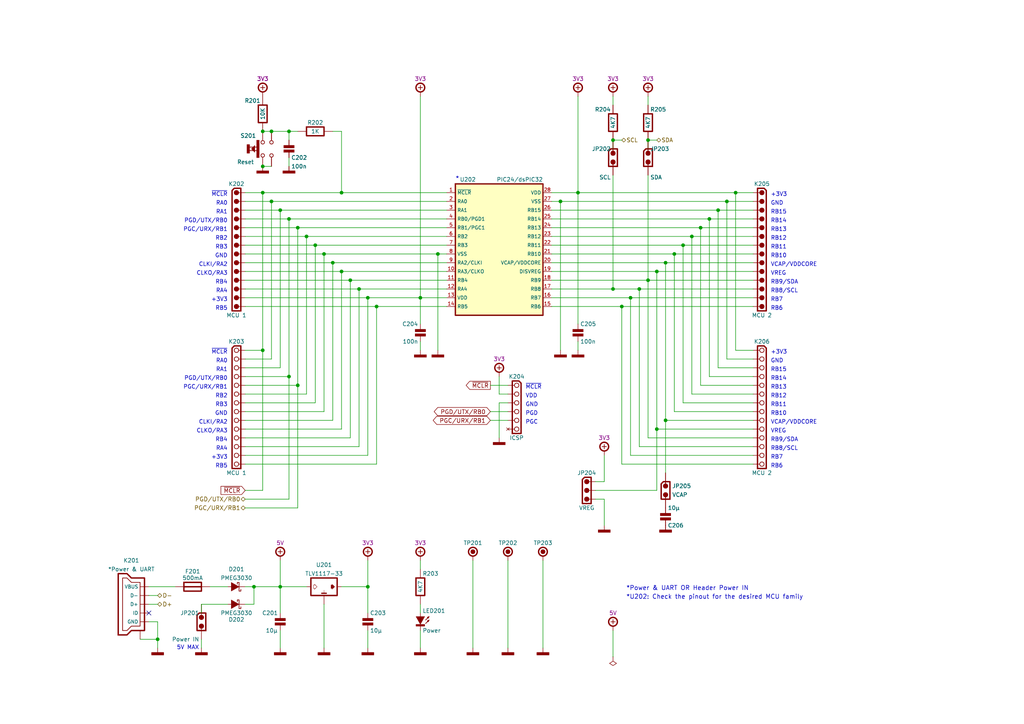
<source format=kicad_sch>
(kicad_sch (version 20230121) (generator eeschema)
  (paper "A4")
  (title_block (title "Power & MCU") (date "01/2022") (rev "A") (comment 1 "PIC16-Bit Mini Trainer"))
  (lib_symbols
    (symbol "tronixio:ALPS-SKRPAC" (pin_numbers hide) (pin_names (offset 0) hide)
      (property "Reference" "S" (at 0 8.89 0))
      (property "Value" "ALPS-SKRPAC" (at 0 6.35 0))
      (symbol "ALPS-SKRPAC_0_1"
        (pin passive line (at -5.08 0 0) (length 2.54) (name "1") (number "1"))
        (pin passive line (at -5.08 -2.54 0) (length 2.54) (name "2") (number "2"))
        (pin passive line (at 5.08 0 180) (length 2.54) (name "3") (number "3"))
        (pin passive line (at 5.08 -2.54 180) (length 2.54) (name "4") (number "4"))
      )
    )
    (symbol "tronixio:BOURNS-FUSE-MF-NSMF050" (pin_numbers hide) (pin_names (offset 0) hide)
      (property "Reference" "F" (at 0 2.54 0))
      (property "Value" "BOURNS-FUSE-MF-NSMF050" (at 0 -2.54 0))
      (symbol "BOURNS-FUSE-MF-NSMF050_1_1"
        (pin passive line (at -5.08 0 0) (length 2.54) (name "~") (number "1"))
        (pin passive line (at 5.08 0 180) (length 2.54) (name "~") (number "2"))
      )
    )
    (symbol "tronixio:CAPACITOR-1206-100N-10P-X7R" (pin_numbers hide) (pin_names (offset 0) hide)
      (property "Reference" "C" (at 1 2.54 0))
      (property "Value" "CAPACITOR-1206-100N-10P-X7R" (at 1 -2.54 0))
      (symbol "CAPACITOR-1206-100N-10P-X7R_1_1"
        (pin passive line (at 0 2.54 270) (length 1.905) (name "~") (number "1"))
        (pin passive line (at 0 -2.54 90) (length 1.905) (name "~") (number "2"))
      )
    )
    (symbol "tronixio:CAPACITOR-1206-10U-20P-X7R" (pin_numbers hide) (pin_names (offset 0) hide)
      (property "Reference" "C" (at 1 2.54 0))
      (property "Value" "CAPACITOR-1206-10U-20P-X7R" (at 1 -2.54 0))
      (symbol "CAPACITOR-1206-10U-20P-X7R_1_1"
        (pin passive line (at 0 2.54 270) (length 1.905) (name "~") (number "1"))
        (pin passive line (at 0 -2.54 90) (length 1.905) (name "~") (number "2"))
      )
    )
    (symbol "tronixio:FCI-USB-TYPE-B-MICRO-THT" (pin_numbers hide) (pin_names (offset 0.5))
      (property "Reference" "K4" (at 0.0905 12.7 0))
      (property "Value" "FCI-USB-TYPE-B-MICRO-THT" (at 0 10.16 0))
      (symbol "FCI-USB-TYPE-B-MICRO-THT_1_1"
        (pin power_out line (at 5.08 5.08 180) (length 2.54) (name "VBUS") (number "1"))
        (pin bidirectional line (at 5.08 2.54 180) (length 2.54) (name "D-") (number "2"))
        (pin bidirectional line (at 5.08 0 180) (length 2.54) (name "D+") (number "3"))
        (pin passive line (at 5.08 -2.54 180) (length 2.54) (name "ID") (number "4"))
        (pin power_out line (at 5.08 -5.08 180) (length 2.54) (name "GND") (number "5"))
        (pin passive line (at 2.54 -10.16 90) (length 2.54) (name "SHIELD") (number "6"))
      )
    )
    (symbol "tronixio:HARWIN-254-F-1X14-VERTICAL" (pin_numbers hide) (pin_names (offset 0) hide)
      (property "Reference" "K" (at 0 2.54 0))
      (property "Value" "HARWIN-254-F-1X14-VERTICAL" (at 0 -35.56 0))
      (symbol "HARWIN-254-F-1X14-VERTICAL_1_1"
        (pin passive line (at -2.54 0 0) (length 1.905) (name "Pin_1") (number "1"))
        (pin passive line (at -2.54 -22.86 0) (length 1.905) (name "Pin_10") (number "10"))
        (pin passive line (at -2.54 -25.4 0) (length 1.905) (name "Pin_11") (number "11"))
        (pin passive line (at -2.54 -27.94 0) (length 1.905) (name "Pin_12") (number "12"))
        (pin passive line (at -2.54 -30.48 0) (length 1.905) (name "Pin_13") (number "13"))
        (pin passive line (at -2.54 -33.02 0) (length 1.905) (name "Pin_14") (number "14"))
        (pin passive line (at -2.54 -2.54 0) (length 1.905) (name "Pin_2") (number "2"))
        (pin passive line (at -2.54 -5.08 0) (length 1.905) (name "Pin_3") (number "3"))
        (pin passive line (at -2.54 -7.62 0) (length 1.905) (name "Pin_4") (number "4"))
        (pin passive line (at -2.54 -10.16 0) (length 1.905) (name "Pin_5") (number "5"))
        (pin passive line (at -2.54 -12.7 0) (length 1.905) (name "Pin_6") (number "6"))
        (pin passive line (at -2.54 -15.24 0) (length 1.905) (name "Pin_7") (number "7"))
        (pin passive line (at -2.54 -17.78 0) (length 1.905) (name "Pin_8") (number "8"))
        (pin passive line (at -2.54 -20.32 0) (length 1.905) (name "Pin_9") (number "9"))
      )
    )
    (symbol "tronixio:HARWIN-254-M-1X02-JUMPER-VERTICAL" (pin_numbers hide) (pin_names (offset 0) hide)
      (property "Reference" "JP" (at 2.54 0 0))
      (property "Value" "HARWIN-254-M-1X02-JUMPER-VERTICAL" (at 2.54 -2.54 0))
      (symbol "HARWIN-254-M-1X02-JUMPER-VERTICAL_1_1"
        (pin passive line (at 0 5.08 270) (length 3.175) (name "1") (number "1"))
        (pin passive line (at 0 -5.08 90) (length 3.175) (name "2") (number "2"))
      )
    )
    (symbol "tronixio:HARWIN-254-M-1X03-VERTICAL" (pin_numbers hide) (pin_names (offset 0) hide)
      (property "Reference" "K" (at 0 2.54 0))
      (property "Value" "HARWIN-254-M-1X03-VERTICAL" (at 0 -7.62 0))
      (symbol "HARWIN-254-M-1X03-VERTICAL_1_1"
        (pin passive line (at -2.54 0 0) (length 1.905) (name "1") (number "1"))
        (pin passive line (at -2.54 -2.54 0) (length 1.905) (name "2") (number "2"))
        (pin passive line (at -2.54 -5.08 0) (length 1.905) (name "3") (number "3"))
      )
    )
    (symbol "tronixio:HARWIN-254-M-1X14-VERTICAL" (pin_numbers hide) (pin_names (offset 0) hide)
      (property "Reference" "K" (at 0 2.54 0))
      (property "Value" "HARWIN-254-M-1X14-VERTICAL" (at 0 -35.56 0))
      (symbol "HARWIN-254-M-1X14-VERTICAL_1_1"
        (pin passive line (at -2.54 0 0) (length 1.905) (name "Pin_1") (number "1"))
        (pin passive line (at -2.54 -22.86 0) (length 1.905) (name "Pin_10") (number "10"))
        (pin passive line (at -2.54 -25.4 0) (length 1.905) (name "Pin_11") (number "11"))
        (pin passive line (at -2.54 -27.94 0) (length 1.905) (name "Pin_12") (number "12"))
        (pin passive line (at -2.54 -30.48 0) (length 1.905) (name "Pin_13") (number "13"))
        (pin passive line (at -2.54 -33.02 0) (length 1.905) (name "Pin_14") (number "14"))
        (pin passive line (at -2.54 -2.54 0) (length 1.905) (name "Pin_2") (number "2"))
        (pin passive line (at -2.54 -5.08 0) (length 1.905) (name "Pin_3") (number "3"))
        (pin passive line (at -2.54 -7.62 0) (length 1.905) (name "Pin_4") (number "4"))
        (pin passive line (at -2.54 -10.16 0) (length 1.905) (name "Pin_5") (number "5"))
        (pin passive line (at -2.54 -12.7 0) (length 1.905) (name "Pin_6") (number "6"))
        (pin passive line (at -2.54 -15.24 0) (length 1.905) (name "Pin_7") (number "7"))
        (pin passive line (at -2.54 -17.78 0) (length 1.905) (name "Pin_8") (number "8"))
        (pin passive line (at -2.54 -20.32 0) (length 1.905) (name "Pin_9") (number "9"))
      )
    )
    (symbol "tronixio:KEMET-C322-0508-10U-25V-10P" (pin_numbers hide) (pin_names (offset 0) hide)
      (property "Reference" "C" (at 1.27 2.54 0))
      (property "Value" "KEMET-C322-0508-10U-25V-10P" (at 1.27 -2.54 0))
      (symbol "KEMET-C322-0508-10U-25V-10P_1_1"
        (pin passive line (at 0 2.54 270) (length 1.905) (name "~") (number "1"))
        (pin passive line (at 0 -2.54 90) (length 1.905) (name "~") (number "2"))
      )
    )
    (symbol "tronixio:KEYSTONE-2000-3" (pin_numbers hide) (pin_names (offset 0) hide)
      (property "Reference" "TP" (at 0 5.08 0))
      (property "Value" "KEYSTONE-2000-3" (at 0 7.62 0))
      (symbol "KEYSTONE-2000-3_1_1"
        (pin passive line (at 0 0 90) (length 1.27) (name "1") (number "1"))
      )
    )
    (symbol "tronixio:KEYSTONE-5006" (pin_numbers hide) (pin_names (offset 0) hide)
      (property "Reference" "TP" (at 0 5.08 0))
      (property "Value" "KEYSTONE-5006" (at 0 7.62 0))
      (symbol "KEYSTONE-5006_1_1"
        (pin passive line (at 0 0 90) (length 1.27) (name "1") (number "1"))
      )
    )
    (symbol "tronixio:KINGBRIGHT-LED-1206-BLUE" (pin_numbers hide) (pin_names (offset 0) hide)
      (property "Reference" "LED" (at 0 -2.54 0))
      (property "Value" "KINGBRIGHT-LED-1206-BLUE" (at 0 -5.08 0))
      (symbol "KINGBRIGHT-LED-1206-BLUE_1_1"
        (pin passive line (at -2.54 0 0) (length 1.27) (name "C") (number "1"))
        (pin passive line (at 2.54 0 180) (length 1.27) (name "A") (number "2"))
      )
    )
    (symbol "tronixio:MICROCHIP-ICSP-F-1X06" (pin_numbers hide) (pin_names (offset 0) hide)
      (property "Reference" "K" (at 0 2.54 0))
      (property "Value" "MICROCHIP-ICSP-F-1X06" (at 0 -15.24 0))
      (symbol "MICROCHIP-ICSP-F-1X06_1_1"
        (pin no_connect line (at -2.54 -12.7 0) (length 1.905) (name "1") (number "1"))
        (pin passive line (at -2.54 -10.16 0) (length 1.905) (name "2") (number "2"))
        (pin passive line (at -2.54 -7.62 0) (length 1.905) (name "3") (number "3"))
        (pin passive line (at -2.54 -5.08 0) (length 1.905) (name "4") (number "4"))
        (pin passive line (at -2.54 -2.54 0) (length 1.905) (name "5") (number "5"))
        (pin passive line (at -2.54 0 0) (length 1.905) (name "6") (number "6"))
      )
    )
    (symbol "tronixio:MICROCHIP-PIC24FJ64GA102-ISP" (pin_names (offset 0.5))
      (property "Reference" "U" (at 15.24 3.81 0))
      (property "Value" "MICROCHIP-PIC24FJ64GA102-ISP" (at 15.24 -36.83 0))
      (symbol "MICROCHIP-PIC24FJ64GA102-ISP_1_1"
        (pin input line (at 0 0 0) (length 2.54) (name "~{MCLR}") (number "1"))
        (pin bidirectional line (at 0 -22.86 0) (length 2.54) (name "RA3/CLKO") (number "10"))
        (pin bidirectional line (at 0 -25.4 0) (length 2.54) (name "RB4") (number "11"))
        (pin bidirectional line (at 0 -27.94 0) (length 2.54) (name "RA4") (number "12"))
        (pin power_in line (at 0 -30.48 0) (length 2.54) (name "VDD") (number "13"))
        (pin bidirectional line (at 0 -33.02 0) (length 2.54) (name "RB5") (number "14"))
        (pin bidirectional line (at 30.48 -33.02 180) (length 2.54) (name "RB6") (number "15"))
        (pin bidirectional line (at 30.48 -30.48 180) (length 2.54) (name "RB7") (number "16"))
        (pin bidirectional line (at 30.48 -27.94 180) (length 2.54) (name "RB8") (number "17"))
        (pin bidirectional line (at 30.48 -25.4 180) (length 2.54) (name "RB9") (number "18"))
        (pin passive line (at 30.48 -22.86 180) (length 2.54) (name "DISVREG") (number "19"))
        (pin bidirectional line (at 0 -2.54 0) (length 2.54) (name "RA0") (number "2"))
        (pin passive line (at 30.48 -20.32 180) (length 2.54) (name "VCAP/VDDCORE") (number "20"))
        (pin bidirectional line (at 30.48 -17.78 180) (length 2.54) (name "RB10") (number "21"))
        (pin bidirectional line (at 30.48 -15.24 180) (length 2.54) (name "RB11") (number "22"))
        (pin bidirectional line (at 30.48 -12.7 180) (length 2.54) (name "RB12") (number "23"))
        (pin bidirectional line (at 30.48 -10.16 180) (length 2.54) (name "RB13") (number "24"))
        (pin bidirectional line (at 30.48 -7.62 180) (length 2.54) (name "RB14") (number "25"))
        (pin bidirectional line (at 30.48 -5.08 180) (length 2.54) (name "RB15") (number "26"))
        (pin power_in line (at 30.48 -2.54 180) (length 2.54) (name "VSS") (number "27"))
        (pin power_in line (at 30.48 0 180) (length 2.54) (name "VDD") (number "28"))
        (pin bidirectional line (at 0 -5.08 0) (length 2.54) (name "RA1") (number "3"))
        (pin bidirectional line (at 0 -7.62 0) (length 2.54) (name "RB0/PGD1") (number "4"))
        (pin bidirectional line (at 0 -10.16 0) (length 2.54) (name "RB1/PGC1") (number "5"))
        (pin bidirectional line (at 0 -12.7 0) (length 2.54) (name "RB2") (number "6"))
        (pin bidirectional line (at 0 -15.24 0) (length 2.54) (name "RB3") (number "7"))
        (pin power_in line (at 0 -17.78 0) (length 2.54) (name "VSS") (number "8"))
        (pin bidirectional line (at 0 -20.32 0) (length 2.54) (name "RA2/CLKI") (number "9"))
      )
    )
    (symbol "tronixio:NEXPERIA-PMEG3030" (pin_numbers hide) (pin_names (offset 0) hide)
      (property "Reference" "D" (at 0 2.54 0))
      (property "Value" "NEXPERIA-PMEG3030" (at 0 -2.54 0))
      (symbol "NEXPERIA-PMEG3030_1_1"
        (pin passive line (at -2.54 0 0) (length 1.905) (name "C") (number "1"))
        (pin passive line (at 2.54 0 180) (length 1.27) (name "A") (number "2"))
      )
    )
    (symbol "tronixio:POWER-+3V3" (power) (pin_numbers hide) (pin_names (offset 0) hide)
      (property "Name" "3V3" (at 0 5.08 0))
      (symbol "POWER-+3V3_1_1"
        (pin power_in line (at 0 0 90) (length 1.27) (name "+3V3") (number "1"))
      )
    )
    (symbol "tronixio:POWER-+5V" (power) (pin_numbers hide) (pin_names (offset 0) hide)
      (property "Name" "5V" (at 0 5.08 0))
      (symbol "POWER-+5V_1_1"
        (pin power_in line (at 0 0 90) (length 1.27) (name "+5V") (number "1"))
      )
    )
    (symbol "tronixio:POWER-FLAG" (power) (pin_numbers hide) (pin_names (offset 0) hide)
      (symbol "POWER-FLAG_0_0"
        (pin power_out line (at 0 0 90) (length 0) (name "pwr") (number "1"))
      )
    )
    (symbol "tronixio:POWER-GND" (power) (pin_numbers hide) (pin_names (offset 0) hide)
      (symbol "POWER-GND_1_1"
        (pin power_in line (at 0 0 270) (length 1.27) (name "GND") (number "1"))
      )
    )
    (symbol "tronixio:RESISTOR-1206-10K-5P" (pin_numbers hide) (pin_names (offset 0) hide)
      (property "Reference" "R" (at 2.54 1.27 0))
      (property "Value" "RESISTOR-1206-10K-5P" (at 2.54 -1.27 0))
      (symbol "RESISTOR-1206-10K-5P_1_1"
        (pin passive line (at 0 5.08 270) (length 2.54) (name "~") (number "1"))
        (pin passive line (at 0 -5.08 90) (length 2.54) (name "~") (number "2"))
      )
    )
    (symbol "tronixio:RESISTOR-1206-1K-5P" (pin_numbers hide) (pin_names (offset 0) hide)
      (property "Reference" "R" (at 2.54 1.27 0))
      (property "Value" "RESISTOR-1206-1K-5P" (at 2.54 -1.27 0))
      (symbol "RESISTOR-1206-1K-5P_1_1"
        (pin passive line (at 0 5.08 270) (length 2.54) (name "~") (number "1"))
        (pin passive line (at 0 -5.08 90) (length 2.54) (name "~") (number "2"))
      )
    )
    (symbol "tronixio:RESISTOR-1206-4K7-5P" (pin_numbers hide) (pin_names (offset 0) hide)
      (property "Reference" "R" (at 2.54 1.27 0))
      (property "Value" "RESISTOR-1206-4K7-5P" (at 2.54 -1.27 0))
      (symbol "RESISTOR-1206-4K7-5P_1_1"
        (pin passive line (at 0 5.08 270) (length 2.54) (name "~") (number "1"))
        (pin passive line (at 0 -5.08 90) (length 2.54) (name "~") (number "2"))
      )
    )
    (symbol "tronixio:TI-TLV1117-33-SOT-223" (pin_numbers hide) (pin_names (offset 0) hide)
      (property "Reference" "U" (at 0 6.35 0))
      (property "Value" "TI-TLV1117-33-SOT-223" (at 0 3.81 0))
      (symbol "TI-TLV1117-33-SOT-223_1_1"
        (pin power_in line (at 0 -5.08 90) (length 2.54) (name "GND") (number "1"))
        (pin power_out line (at 5.08 0 180) (length 1.27) (name "VO") (number "2"))
        (pin power_in line (at -5.08 0 0) (length 1.27) (name "VI") (number "3"))
      )
    )
  )
  (junction (at 187.96 81.28) (diameter 0.9144))
  (junction (at 208.28 60.96) (diameter 0.9144))
  (junction (at 78.74 38.1))
  (junction (at 106.68 86.36) (diameter 0.9144))
  (junction (at 99.06 55.88))
  (junction (at 200.66 68.58) (diameter 0.9144))
  (junction (at 101.6 81.28) (diameter 0.9144))
  (junction (at 177.8 40.64))
  (junction (at 198.12 71.12) (diameter 0.9144))
  (junction (at 93.98 73.66) (diameter 0.9144))
  (junction (at 180.34 88.9) (diameter 0.9144))
  (junction (at 73.66 170.18))
  (junction (at 83.82 38.1) (diameter 0.9144))
  (junction (at 86.36 66.04) (diameter 0.9144))
  (junction (at 91.44 71.12) (diameter 0.9144))
  (junction (at 106.68 170.18) (diameter 0.9144))
  (junction (at 193.04 76.2) (diameter 0.9144))
  (junction (at 167.64 55.88))
  (junction (at 99.06 78.74) (diameter 0.9144))
  (junction (at 210.82 58.42) (diameter 0.9144))
  (junction (at 96.52 76.2) (diameter 0.9144))
  (junction (at 78.74 58.42) (diameter 0.9144))
  (junction (at 76.2 38.1))
  (junction (at 83.82 109.22))
  (junction (at 81.28 170.18) (diameter 0.9144))
  (junction (at 127 73.66) (diameter 0.9144))
  (junction (at 190.5 78.74) (diameter 0.9144))
  (junction (at 213.36 55.88) (diameter 0.9144))
  (junction (at 205.74 63.5) (diameter 0.9144))
  (junction (at 45.72 185.42))
  (junction (at 76.2 48.26))
  (junction (at 76.2 55.88) (diameter 0.9144))
  (junction (at 104.14 83.82) (diameter 0.9144))
  (junction (at 177.8 83.82))
  (junction (at 187.96 40.64))
  (junction (at 190.5 124.46))
  (junction (at 193.04 121.92))
  (junction (at 121.92 86.36))
  (junction (at 83.82 63.5) (diameter 0.9144))
  (junction (at 81.28 60.96) (diameter 0.9144))
  (junction (at 162.56 58.42))
  (junction (at 76.2 101.6) (diameter 0.9144))
  (junction (at 185.42 83.82) (diameter 0.9144))
  (junction (at 109.22 88.9) (diameter 0.9144))
  (junction (at 86.36 111.76))
  (junction (at 203.2 66.04) (diameter 0.9144))
  (junction (at 195.58 73.66) (diameter 0.9144))
  (junction (at 88.9 68.58) (diameter 0.9144))
  (junction (at 182.88 86.36) (diameter 0.9144))
  (no_connect (at 43.18 177.8))
  (wire (pts (xy 190.5 78.74) (xy 190.5 124.46)))
  (wire (pts (xy 142.24 111.76) (xy 147.32 111.76)))
  (wire (pts (xy 198.12 116.84) (xy 218.44 116.84)))
  (wire (pts (xy 121.92 27.94) (xy 121.92 86.36)))
  (wire (pts (xy 86.36 66.04) (xy 86.36 111.76)))
  (wire (pts (xy 86.36 147.32) (xy 86.36 111.76)))
  (wire (pts (xy 58.42 185.42) (xy 58.42 187.96)))
  (wire (pts (xy 96.52 76.2) (xy 96.52 121.92)))
  (wire (pts (xy 205.74 63.5) (xy 160.02 63.5)))
  (wire (pts (xy 218.44 63.5) (xy 205.74 63.5)))
  (wire (pts (xy 83.82 38.1) (xy 78.74 38.1)))
  (wire (pts (xy 190.5 124.46) (xy 218.44 124.46)))
  (wire (pts (xy 185.42 83.82) (xy 185.42 129.54)))
  (wire (pts (xy 187.96 50.8) (xy 187.96 81.28)))
  (wire (pts (xy 160.02 78.74) (xy 190.5 78.74)))
  (wire (pts (xy 218.44 78.74) (xy 190.5 78.74)))
  (wire (pts (xy 71.12 144.78) (xy 83.82 144.78)))
  (wire (pts (xy 71.12 68.58) (xy 88.9 68.58)))
  (wire (pts (xy 88.9 68.58) (xy 129.54 68.58)))
  (wire (pts (xy 71.12 114.3) (xy 88.9 114.3)))
  (wire (pts (xy 101.6 81.28) (xy 101.6 127)))
  (wire (pts (xy 175.26 139.7) (xy 175.26 132.08)))
  (wire (pts (xy 187.96 81.28) (xy 187.96 127)))
  (wire (pts (xy 144.78 116.84) (xy 144.78 127)))
  (wire (pts (xy 147.32 116.84) (xy 144.78 116.84)))
  (wire (pts (xy 71.12 88.9) (xy 109.22 88.9)))
  (wire (pts (xy 109.22 88.9) (xy 129.54 88.9)))
  (wire (pts (xy 93.98 73.66) (xy 93.98 119.38)))
  (wire (pts (xy 121.92 182.88) (xy 121.92 187.96)))
  (wire (pts (xy 71.12 147.32) (xy 86.36 147.32)))
  (wire (pts (xy 106.68 170.18) (xy 106.68 162.56)))
  (wire (pts (xy 193.04 76.2) (xy 193.04 121.92)))
  (wire (pts (xy 157.48 162.56) (xy 157.48 187.96)))
  (wire (pts (xy 99.06 78.74) (xy 99.06 124.46)))
  (wire (pts (xy 205.74 63.5) (xy 205.74 109.22)))
  (wire (pts (xy 109.22 88.9) (xy 109.22 134.62)))
  (wire (pts (xy 71.12 121.92) (xy 96.52 121.92)))
  (wire (pts (xy 142.24 121.92) (xy 147.32 121.92)))
  (wire (pts (xy 167.64 55.88) (xy 160.02 55.88)))
  (wire (pts (xy 71.12 109.22) (xy 83.82 109.22)))
  (wire (pts (xy 160.02 60.96) (xy 208.28 60.96)))
  (wire (pts (xy 208.28 60.96) (xy 218.44 60.96)))
  (wire (pts (xy 187.96 40.64) (xy 187.96 43.18)))
  (wire (pts (xy 195.58 73.66) (xy 160.02 73.66)))
  (wire (pts (xy 218.44 73.66) (xy 195.58 73.66)))
  (wire (pts (xy 71.12 101.6) (xy 76.2 101.6)))
  (wire (pts (xy 71.12 66.04) (xy 86.36 66.04)))
  (wire (pts (xy 86.36 66.04) (xy 129.54 66.04)))
  (wire (pts (xy 177.8 182.88) (xy 177.8 190.5)))
  (wire (pts (xy 93.98 175.26) (xy 93.98 187.96)))
  (wire (pts (xy 71.12 60.96) (xy 81.28 60.96)))
  (wire (pts (xy 81.28 60.96) (xy 129.54 60.96)))
  (wire (pts (xy 162.56 58.42) (xy 162.56 101.6)))
  (wire (pts (xy 200.66 114.3) (xy 218.44 114.3)))
  (wire (pts (xy 43.18 180.34) (xy 45.72 180.34)))
  (wire (pts (xy 71.12 58.42) (xy 78.74 58.42)))
  (wire (pts (xy 78.74 58.42) (xy 129.54 58.42)))
  (wire (pts (xy 210.82 58.42) (xy 162.56 58.42)))
  (wire (pts (xy 218.44 58.42) (xy 210.82 58.42)))
  (wire (pts (xy 185.42 83.82) (xy 177.8 83.82)))
  (wire (pts (xy 218.44 83.82) (xy 185.42 83.82)))
  (wire (pts (xy 71.12 83.82) (xy 104.14 83.82)))
  (wire (pts (xy 104.14 83.82) (xy 129.54 83.82)))
  (wire (pts (xy 177.8 83.82) (xy 160.02 83.82)))
  (wire (pts (xy 121.92 86.36) (xy 129.54 86.36)))
  (wire (pts (xy 43.18 172.72) (xy 45.72 172.72)))
  (wire (pts (xy 185.42 129.54) (xy 218.44 129.54)))
  (wire (pts (xy 127 73.66) (xy 127 101.6)))
  (wire (pts (xy 172.72 139.7) (xy 175.26 139.7)))
  (wire (pts (xy 88.9 68.58) (xy 88.9 114.3)))
  (wire (pts (xy 180.34 88.9) (xy 180.34 134.62)))
  (wire (pts (xy 193.04 121.92) (xy 193.04 137.16)))
  (wire (pts (xy 182.88 86.36) (xy 160.02 86.36)))
  (wire (pts (xy 218.44 86.36) (xy 182.88 86.36)))
  (wire (pts (xy 71.12 76.2) (xy 96.52 76.2)))
  (wire (pts (xy 96.52 76.2) (xy 129.54 76.2)))
  (wire (pts (xy 58.42 177.8) (xy 58.42 175.26)))
  (wire (pts (xy 71.12 63.5) (xy 83.82 63.5)))
  (wire (pts (xy 83.82 63.5) (xy 129.54 63.5)))
  (wire (pts (xy 83.82 45.72) (xy 83.82 48.26)))
  (wire (pts (xy 190.5 142.24) (xy 190.5 124.46)))
  (wire (pts (xy 187.96 81.28) (xy 160.02 81.28)))
  (wire (pts (xy 218.44 81.28) (xy 187.96 81.28)))
  (wire (pts (xy 200.66 68.58) (xy 160.02 68.58)))
  (wire (pts (xy 218.44 68.58) (xy 200.66 68.58)))
  (wire (pts (xy 45.72 180.34) (xy 45.72 185.42)))
  (wire (pts (xy 71.12 132.08) (xy 106.68 132.08)))
  (wire (pts (xy 187.96 27.94) (xy 187.96 30.48)))
  (wire (pts (xy 182.88 86.36) (xy 182.88 132.08)))
  (wire (pts (xy 71.12 119.38) (xy 93.98 119.38)))
  (wire (pts (xy 73.66 170.18) (xy 73.66 175.26)))
  (wire (pts (xy 144.78 114.3) (xy 144.78 109.22)))
  (wire (pts (xy 147.32 114.3) (xy 144.78 114.3)))
  (wire (pts (xy 71.12 142.24) (xy 76.2 142.24)))
  (wire (pts (xy 200.66 68.58) (xy 200.66 114.3)))
  (wire (pts (xy 137.16 162.56) (xy 137.16 187.96)))
  (wire (pts (xy 71.12 78.74) (xy 99.06 78.74)))
  (wire (pts (xy 99.06 78.74) (xy 129.54 78.74)))
  (wire (pts (xy 106.68 86.36) (xy 106.68 132.08)))
  (wire (pts (xy 86.36 38.1) (xy 83.82 38.1)))
  (wire (pts (xy 121.92 86.36) (xy 121.92 93.98)))
  (wire (pts (xy 177.8 27.94) (xy 177.8 30.48)))
  (wire (pts (xy 73.66 170.18) (xy 81.28 170.18)))
  (wire (pts (xy 198.12 71.12) (xy 198.12 116.84)))
  (wire (pts (xy 99.06 170.18) (xy 106.68 170.18)))
  (wire (pts (xy 71.12 55.88) (xy 76.2 55.88)))
  (wire (pts (xy 76.2 55.88) (xy 99.06 55.88)))
  (wire (pts (xy 99.06 55.88) (xy 129.54 55.88)))
  (wire (pts (xy 121.92 162.56) (xy 121.92 165.1)))
  (wire (pts (xy 106.68 182.88) (xy 106.68 187.96)))
  (wire (pts (xy 71.12 134.62) (xy 109.22 134.62)))
  (wire (pts (xy 210.82 104.14) (xy 218.44 104.14)))
  (wire (pts (xy 198.12 71.12) (xy 160.02 71.12)))
  (wire (pts (xy 218.44 71.12) (xy 198.12 71.12)))
  (wire (pts (xy 76.2 48.26) (xy 78.74 48.26)))
  (wire (pts (xy 213.36 55.88) (xy 167.64 55.88)))
  (wire (pts (xy 218.44 55.88) (xy 213.36 55.88)))
  (wire (pts (xy 167.64 27.94) (xy 167.64 55.88)))
  (wire (pts (xy 81.28 170.18) (xy 88.9 170.18)))
  (wire (pts (xy 60.96 170.18) (xy 66.04 170.18)))
  (wire (pts (xy 142.24 119.38) (xy 147.32 119.38)))
  (wire (pts (xy 71.12 111.76) (xy 86.36 111.76)))
  (wire (pts (xy 195.58 73.66) (xy 195.58 119.38)))
  (wire (pts (xy 104.14 83.82) (xy 104.14 129.54)))
  (wire (pts (xy 81.28 162.56) (xy 81.28 170.18)))
  (wire (pts (xy 208.28 106.68) (xy 218.44 106.68)))
  (wire (pts (xy 71.12 116.84) (xy 91.44 116.84)))
  (wire (pts (xy 121.92 99.06) (xy 121.92 101.6)))
  (wire (pts (xy 96.52 38.1) (xy 99.06 38.1)))
  (wire (pts (xy 99.06 38.1) (xy 99.06 55.88)))
  (wire (pts (xy 71.12 127) (xy 101.6 127)))
  (wire (pts (xy 71.12 175.26) (xy 73.66 175.26)))
  (wire (pts (xy 213.36 101.6) (xy 218.44 101.6)))
  (wire (pts (xy 205.74 109.22) (xy 218.44 109.22)))
  (wire (pts (xy 76.2 55.88) (xy 76.2 101.6)))
  (wire (pts (xy 43.18 175.26) (xy 45.72 175.26)))
  (wire (pts (xy 177.8 50.8) (xy 177.8 83.82)))
  (wire (pts (xy 81.28 170.18) (xy 81.28 177.8)))
  (wire (pts (xy 160.02 76.2) (xy 193.04 76.2)))
  (wire (pts (xy 218.44 76.2) (xy 193.04 76.2)))
  (wire (pts (xy 71.12 81.28) (xy 101.6 81.28)))
  (wire (pts (xy 101.6 81.28) (xy 129.54 81.28)))
  (wire (pts (xy 177.8 40.64) (xy 177.8 43.18)))
  (wire (pts (xy 213.36 55.88) (xy 213.36 101.6)))
  (wire (pts (xy 147.32 162.56) (xy 147.32 187.96)))
  (wire (pts (xy 172.72 144.78) (xy 175.26 144.78)))
  (wire (pts (xy 208.28 60.96) (xy 208.28 106.68)))
  (wire (pts (xy 180.34 134.62) (xy 218.44 134.62)))
  (wire (pts (xy 203.2 66.04) (xy 203.2 111.76)))
  (wire (pts (xy 71.12 73.66) (xy 93.98 73.66)))
  (wire (pts (xy 93.98 73.66) (xy 127 73.66)))
  (wire (pts (xy 127 73.66) (xy 129.54 73.66)))
  (wire (pts (xy 121.92 175.26) (xy 121.92 177.8)))
  (wire (pts (xy 76.2 38.1) (xy 78.74 38.1)))
  (wire (pts (xy 71.12 86.36) (xy 106.68 86.36)))
  (wire (pts (xy 106.68 86.36) (xy 121.92 86.36)))
  (wire (pts (xy 162.56 58.42) (xy 160.02 58.42)))
  (wire (pts (xy 71.12 170.18) (xy 73.66 170.18)))
  (wire (pts (xy 195.58 119.38) (xy 218.44 119.38)))
  (wire (pts (xy 203.2 66.04) (xy 160.02 66.04)))
  (wire (pts (xy 218.44 66.04) (xy 203.2 66.04)))
  (wire (pts (xy 81.28 60.96) (xy 81.28 106.68)))
  (wire (pts (xy 83.82 144.78) (xy 83.82 109.22)))
  (wire (pts (xy 167.64 99.06) (xy 167.64 101.6)))
  (wire (pts (xy 172.72 142.24) (xy 190.5 142.24)))
  (wire (pts (xy 83.82 38.1) (xy 83.82 40.64)))
  (wire (pts (xy 187.96 40.64) (xy 190.5 40.64)))
  (wire (pts (xy 71.12 106.68) (xy 81.28 106.68)))
  (wire (pts (xy 45.72 185.42) (xy 45.72 187.96)))
  (wire (pts (xy 187.96 127) (xy 218.44 127)))
  (wire (pts (xy 203.2 111.76) (xy 218.44 111.76)))
  (wire (pts (xy 177.8 40.64) (xy 180.34 40.64)))
  (wire (pts (xy 76.2 101.6) (xy 76.2 142.24)))
  (wire (pts (xy 83.82 63.5) (xy 83.82 109.22)))
  (wire (pts (xy 91.44 71.12) (xy 91.44 116.84)))
  (wire (pts (xy 175.26 144.78) (xy 175.26 152.4)))
  (wire (pts (xy 167.64 55.88) (xy 167.64 93.98)))
  (wire (pts (xy 71.12 129.54) (xy 104.14 129.54)))
  (wire (pts (xy 106.68 170.18) (xy 106.68 177.8)))
  (wire (pts (xy 180.34 88.9) (xy 160.02 88.9)))
  (wire (pts (xy 218.44 88.9) (xy 180.34 88.9)))
  (wire (pts (xy 71.12 124.46) (xy 99.06 124.46)))
  (wire (pts (xy 43.18 170.18) (xy 50.8 170.18)))
  (wire (pts (xy 81.28 182.88) (xy 81.28 187.96)))
  (wire (pts (xy 182.88 132.08) (xy 218.44 132.08)))
  (wire (pts (xy 210.82 58.42) (xy 210.82 104.14)))
  (wire (pts (xy 71.12 71.12) (xy 91.44 71.12)))
  (wire (pts (xy 91.44 71.12) (xy 129.54 71.12)))
  (wire (pts (xy 78.74 58.42) (xy 78.74 104.14)))
  (wire (pts (xy 193.04 121.92) (xy 218.44 121.92)))
  (wire (pts (xy 71.12 104.14) (xy 78.74 104.14)))
  (wire (pts (xy 40.64 185.42) (xy 45.72 185.42)))
  (wire (pts (xy 58.42 175.26) (xy 66.04 175.26)))
  (text "RB8/SCL" (at 223.52 85.09 0) (effects (font (size 1.15 1.15)) (justify left bottom)))
  (text "*U202: Check the pinout for the desired MCU family" (at 181.61 173.99 0) (effects (font (size 1.27 1.27)) (justify left bottom)))
  (text "RB2" (at 66.04 69.85 0) (effects (font (size 1.15 1.15)) (justify right bottom)))
  (text "*Power & UART OR Header Power IN" (at 181.61 171.45 0) (effects (font (size 1.27 1.27)) (justify left bottom)))
  (text "CLKI/RA2" (at 66.04 77.47 0) (effects (font (size 1.15 1.15)) (justify right bottom)))
  (text "RA1" (at 66.04 107.95 0) (effects (font (size 1.15 1.15)) (justify right bottom)))
  (text "RB11" (at 223.52 118.11 0) (effects (font (size 1.15 1.15)) (justify left bottom)))
  (text "VCAP/VDDCORE" (at 223.52 123.19 0) (effects (font (size 1.15 1.15)) (justify left bottom)))
  (text "VCAP/VDDCORE" (at 223.52 77.47 0) (effects (font (size 1.15 1.15)) (justify left bottom)))
  (text "PGC" (at 152.4 123.19 0) (effects (font (size 1.15 1.15)) (justify left bottom)))
  (text "RB13" (at 223.52 113.03 0) (effects (font (size 1.15 1.15)) (justify left bottom)))
  (text "RB6" (at 223.52 135.89 0) (effects (font (size 1.15 1.15)) (justify left bottom)))
  (text "VREG" (at 223.52 125.73 0) (effects (font (size 1.15 1.15)) (justify left bottom)))
  (text "PGC/URX/RB1" (at 66.04 67.31 0) (effects (font (size 1.15 1.15)) (justify right bottom)))
  (text "PGC/URX/RB1" (at 66.04 113.03 0) (effects (font (size 1.15 1.15)) (justify right bottom)))
  (text "RA0" (at 66.04 59.69 0) (effects (font (size 1.15 1.15)) (justify right bottom)))
  (text "PGD/UTX/RB0" (at 66.04 64.77 0) (effects (font (size 1.15 1.15)) (justify right bottom)))
  (text "CLKI/RA2" (at 66.04 123.19 0) (effects (font (size 1.15 1.15)) (justify right bottom)))
  (text "GND" (at 223.52 59.69 0) (effects (font (size 1.15 1.15)) (justify left bottom)))
  (text "RB12" (at 223.52 115.57 0) (effects (font (size 1.15 1.15)) (justify left bottom)))
  (text "RB2" (at 66.04 115.57 0) (effects (font (size 1.15 1.15)) (justify right bottom)))
  (text "RB15" (at 223.52 62.23 0) (effects (font (size 1.15 1.15)) (justify left bottom)))
  (text "+3V3" (at 223.52 57.15 0) (effects (font (size 1.15 1.15)) (justify left bottom)))
  (text "RB9/SDA" (at 223.52 128.27 0) (effects (font (size 1.15 1.15)) (justify left bottom)))
  (text "~{MCLR}" (at 66.04 57.15 0) (effects (font (size 1.15 1.15)) (justify right bottom)))
  (text "RB4" (at 66.04 128.27 0) (effects (font (size 1.15 1.15)) (justify right bottom)))
  (text "~{MCLR}" (at 152.4 113.03 0) (effects (font (size 1.15 1.15)) (justify left bottom)))
  (text "GND" (at 66.04 120.65 0) (effects (font (size 1.15 1.15)) (justify right bottom)))
  (text "GND" (at 152.4 118.11 0) (effects (font (size 1.15 1.15)) (justify left bottom)))
  (text "RA0" (at 66.04 105.41 0) (effects (font (size 1.15 1.15)) (justify right bottom)))
  (text "RB3" (at 66.04 118.11 0) (effects (font (size 1.15 1.15)) (justify right bottom)))
  (text "CLKO/RA3" (at 66.04 80.01 0) (effects (font (size 1.15 1.15)) (justify right bottom)))
  (text "VREG" (at 223.52 80.01 0) (effects (font (size 1.15 1.15)) (justify left bottom)))
  (text "PGD/UTX/RB0" (at 66.04 110.49 0) (effects (font (size 1.15 1.15)) (justify right bottom)))
  (text "VDD" (at 152.4 115.57 0) (effects (font (size 1.15 1.15)) (justify left bottom)))
  (text "RB10" (at 223.52 120.65 0) (effects (font (size 1.15 1.15)) (justify left bottom)))
  (text "RB15" (at 223.52 107.95 0) (effects (font (size 1.15 1.15)) (justify left bottom)))
  (text "PGD" (at 152.4 120.65 0) (effects (font (size 1.15 1.15)) (justify left bottom)))
  (text "RB14" (at 223.52 64.77 0) (effects (font (size 1.15 1.15)) (justify left bottom)))
  (text "RB12" (at 223.52 69.85 0) (effects (font (size 1.15 1.15)) (justify left bottom)))
  (text "RA1" (at 66.04 62.23 0) (effects (font (size 1.15 1.15)) (justify right bottom)))
  (text "CLKO/RA3" (at 66.04 125.73 0) (effects (font (size 1.15 1.15)) (justify right bottom)))
  (text "RB13" (at 223.52 67.31 0) (effects (font (size 1.15 1.15)) (justify left bottom)))
  (text "RB7" (at 223.52 87.63 0) (effects (font (size 1.15 1.15)) (justify left bottom)))
  (text "RB8/SCL" (at 223.52 130.81 0) (effects (font (size 1.15 1.15)) (justify left bottom)))
  (text "RB5" (at 66.04 135.89 0) (effects (font (size 1.15 1.15)) (justify right bottom)))
  (text "GND" (at 66.04 74.93 0) (effects (font (size 1.15 1.15)) (justify right bottom)))
  (text "*" (at 132.08 52.705 0) (effects (font (size 1.27 1.27)) (justify left bottom)))
  (text "RB3" (at 66.04 72.39 0) (effects (font (size 1.15 1.15)) (justify right bottom)))
  (text "RB7" (at 223.52 133.35 0) (effects (font (size 1.15 1.15)) (justify left bottom)))
  (text "RA4" (at 66.04 130.81 0) (effects (font (size 1.15 1.15)) (justify right bottom)))
  (text "GND" (at 223.52 105.41 0) (effects (font (size 1.15 1.15)) (justify left bottom)))
  (text "RB10" (at 223.52 74.93 0) (effects (font (size 1.15 1.15)) (justify left bottom)))
  (text "5V MAX" (at 57.785 188.595 0) (effects (font (size 1.15 1.15)) (justify right bottom)))
  (text "RB9/SDA" (at 223.52 82.55 0) (effects (font (size 1.15 1.15)) (justify left bottom)))
  (text "RB14" (at 223.52 110.49 0) (effects (font (size 1.15 1.15)) (justify left bottom)))
  (text "~{MCLR}" (at 66.04 102.87 0) (effects (font (size 1.15 1.15)) (justify right bottom)))
  (text "RB6" (at 223.52 90.17 0) (effects (font (size 1.15 1.15)) (justify left bottom)))
  (text "RA4" (at 66.04 85.09 0) (effects (font (size 1.15 1.15)) (justify right bottom)))
  (text "RB4" (at 66.04 82.55 0) (effects (font (size 1.15 1.15)) (justify right bottom)))
  (text "+3V3" (at 223.52 102.87 0) (effects (font (size 1.15 1.15)) (justify left bottom)))
  (text "+3V3" (at 66.04 133.35 0) (effects (font (size 1.15 1.15)) (justify right bottom)))
  (text "+3V3" (at 66.04 87.63 0) (effects (font (size 1.15 1.15)) (justify right bottom)))
  (text "RB11" (at 223.52 72.39 0) (effects (font (size 1.15 1.15)) (justify left bottom)))
  (text "RB5" (at 66.04 90.17 0) (effects (font (size 1.15 1.15)) (justify right bottom)))
  (global_label "~{MCLR}" (shape output) (at 142.24 111.76 180) (effects (font (size 1.2 1.2))) (property "Intersheetrefs" "${INTERSHEET_REFS}" (effects hide)))
  (global_label "~{MCLR}" (shape input) (at 71.12 142.24 180) (effects (font (size 1.2 1.2))) (property "Intersheetrefs" "${INTERSHEET_REFS}" (effects hide)))
  (global_label "PGC{slash}URX{slash}RB1" (shape bidirectional) (at 142.24 121.92 180) (effects (font (size 1.2 1.2))) (property "Intersheetrefs" "${INTERSHEET_REFS}" (effects hide)))
  (global_label "PGD{slash}UTX{slash}RB0" (shape bidirectional) (at 142.24 119.38 180) (effects (font (size 1.2 1.2))) (property "Intersheetrefs" "${INTERSHEET_REFS}" (effects hide)))
  (hierarchical_label "SCL" (shape bidirectional) (at 180.34 40.64 0) (effects (font (size 1.15 1.15))))
  (hierarchical_label "PGD{slash}UTX{slash}RB0" (shape bidirectional) (at 71.12 144.78 180) (effects (font (size 1.2 1.2))))
  (hierarchical_label "PGC{slash}URX{slash}RB1" (shape bidirectional) (at 71.12 147.32 180) (effects (font (size 1.2 1.2))))
  (hierarchical_label "SDA" (shape bidirectional) (at 190.5 40.64 0) (effects (font (size 1.15 1.15))))
  (hierarchical_label "D+" (shape bidirectional) (at 45.72 175.26 0) (effects (font (size 1.2 1.2))))
  (hierarchical_label "D-" (shape bidirectional) (at 45.72 172.72 0) (effects (font (size 1.2 1.2))))
  (symbol (lib_id "tronixio:POWER-+3V3") (at 121.92 162.56 0) (unit 1)
    (property "Reference" "#PWR0123" (effects hide))
    (property "Value" "POWER-+3V3" (effects hide))
    (property "Name" "3V3" (at 121.92 157.48 0) (effects (font (size 1.15 1.15))))
  )
  (symbol (lib_id "tronixio:TI-TLV1117-33-SOT-223") (at 93.98 170.18 0) (unit 1)
    (property "Reference" "U201" (at 93.98 163.83 0) (effects (font (size 1.15 1.15))))
    (property "Value" "TLV1117-33" (at 93.98 166.37 0) (effects (font (size 1.15 1.15))))
    (property "Footprint" "tronixio:SOT-223-3" (effects hide))
    (property "Datasheet" "http://www.ti.com/lit/ds/symlink/tlv1117.pdf" (effects hide))
    (property "Mouser" "595-TLV1117-33CDC" (effects hide))
  )
  (symbol (lib_id "tronixio:POWER-GND") (at 106.68 187.96 0) (unit 1)
    (property "Reference" "#PWR0120" (effects hide))
    (property "Value" "POWER-GND" (effects hide))
    (property "Name" "GND" (effects hide))
  )
  (symbol (lib_id "tronixio:POWER-+3V3") (at 175.26 132.08 0) (unit 1)
    (property "Reference" "#PWR0165" (effects hide))
    (property "Value" "POWER-+3V3" (effects hide))
    (property "Name" "3V3" (at 175.26 127 0) (effects (font (size 1.15 1.15))))
  )
  (symbol (lib_id "tronixio:KEYSTONE-5006") (at 137.16 162.56 0) (unit 1)
    (property "Reference" "TP201" (at 137.16 157.48 0) (effects (font (size 1.15 1.15))))
    (property "Value" "KEYSTONE-5006" (effects hide))
    (property "Footprint" "tronixio:KEYSTONE-5006" (effects hide))
    (property "Datasheet" "https://www.keyelco.com/product.cfm/product_id/1315" (effects hide))
    (property "Mouser" "534-5006" (effects hide))
  )
  (symbol (lib_id "tronixio:POWER-+3V3") (at 121.92 27.94 0) (mirror y) (unit 1)
    (property "Reference" "#PWR0164" (effects hide))
    (property "Value" "POWER-+3V3" (effects hide))
    (property "Name" "3V3" (at 121.92 22.86 0) (effects (font (size 1.15 1.15))))
  )
  (symbol (lib_id "tronixio:POWER-GND") (at 121.92 187.96 0) (unit 1)
    (property "Reference" "#PWR0119" (effects hide))
    (property "Value" "POWER-GND" (effects hide))
    (property "Name" "GND" (effects hide))
  )
  (symbol (lib_id "tronixio:POWER-GND") (at 162.56 101.6 0) (unit 1)
    (property "Reference" "#PWR0106" (effects hide))
    (property "Value" "POWER-GND" (effects hide))
    (property "Name" "GND" (effects hide))
  )
  (symbol (lib_id "tronixio:POWER-GND") (at 157.48 187.96 0) (unit 1)
    (property "Reference" "#PWR0168" (effects hide))
    (property "Value" "POWER-GND" (effects hide))
    (property "Name" "GND" (effects hide))
  )
  (symbol (lib_id "tronixio:POWER-GND") (at 76.2 48.26 0) (mirror y) (unit 1)
    (property "Reference" "#PWR0111" (effects hide))
    (property "Value" "POWER-GND" (effects hide))
    (property "Name" "GND" (effects hide))
  )
  (symbol (lib_id "tronixio:POWER-+3V3") (at 167.64 27.94 0) (unit 1)
    (property "Reference" "#PWR0101" (effects hide))
    (property "Value" "POWER-+3V3" (effects hide))
    (property "Name" "3V3" (at 167.64 22.86 0) (effects (font (size 1.15 1.15))))
  )
  (symbol (lib_id "tronixio:HARWIN-254-M-1X02-JUMPER-VERTICAL") (at 193.04 142.24 0) (mirror y) (unit 1)
    (property "Reference" "JP205" (at 194.945 140.97 0) (effects (font (size 1.15 1.15)) (justify right)))
    (property "Value" "VCAP" (at 194.945 143.51 0) (effects (font (size 1.15 1.15)) (justify right)))
    (property "Footprint" "tronixio:HARWIN-M20-999024x" (effects hide))
    (property "Datasheet" "https://www.harwin.com/products/M20-9990846/" (effects hide))
    (property "Mouser" "855-M20-999024" (effects hide))
  )
  (symbol (lib_id "tronixio:POWER-+3V3") (at 144.78 109.22 0) (unit 1)
    (property "Reference" "#PWR0103" (effects hide))
    (property "Value" "POWER-+3V3" (effects hide))
    (property "Name" "3V3" (at 144.78 104.14 0) (effects (font (size 1.15 1.15))))
  )
  (symbol (lib_id "tronixio:HARWIN-254-M-1X14-VERTICAL") (at 68.58 55.88 0) (mirror y) (unit 1)
    (property "Reference" "K202" (at 68.58 53.34 0) (effects (font (size 1.15 1.15))))
    (property "Value" "MCU 1" (at 68.58 91.44 0) (effects (font (size 1.15 1.15))))
    (property "Footprint" "tronixio:HARWIN-M20-999144x" (effects hide))
    (property "Datasheet" "https://www.harwin.com/products/M20-9991446/" (effects hide))
    (property "Mouser" "855-M20-999144" (effects hide))
  )
  (symbol (lib_id "tronixio:KEYSTONE-5006") (at 147.32 162.56 0) (unit 1)
    (property "Reference" "TP202" (at 147.32 157.48 0) (effects (font (size 1.15 1.15))))
    (property "Value" "KEYSTONE-5006" (effects hide))
    (property "Footprint" "tronixio:KEYSTONE-5006" (effects hide))
    (property "Datasheet" "https://www.keyelco.com/product.cfm/product_id/1315" (effects hide))
    (property "Mouser" "534-5006" (effects hide))
  )
  (symbol (lib_id "tronixio:NEXPERIA-PMEG3030") (at 68.58 175.26 180) (unit 1)
    (property "Reference" "D202" (at 68.58 179.705 0) (effects (font (size 1.15 1.15))))
    (property "Value" "PMEG3030" (at 68.58 177.8 0) (effects (font (size 1.15 1.15))))
    (property "Footprint" "tronixio:SOD-128" (effects hide))
    (property "Datasheet" "https://www.nexperia.com/search.html?q=pmeg3030&searchCategory=product" (effects hide))
    (property "Mouser" "771-PMEG3030EP115" (effects hide))
  )
  (symbol (lib_id "tronixio:HARWIN-254-F-1X14-VERTICAL") (at 68.58 101.6 0) (mirror y) (unit 1)
    (property "Reference" "K203" (at 68.58 99.06 0) (effects (font (size 1.15 1.15))))
    (property "Value" "MCU 1" (at 68.58 137.16 0) (effects (font (size 1.15 1.15))))
    (property "Footprint" "tronixio:HARWIN-M20-782144x" (effects hide))
    (property "Datasheet" "https://www.harwin.com/products/M20-7821446/" (effects hide))
    (property "Mouser" "855-M20-782144" (effects hide))
  )
  (symbol (lib_id "tronixio:POWER-GND") (at 147.32 187.96 0) (unit 1)
    (property "Reference" "#PWR0108" (effects hide))
    (property "Value" "POWER-GND" (effects hide))
    (property "Name" "GND" (effects hide))
  )
  (symbol (lib_id "tronixio:CAPACITOR-1206-10U-20P-X7R") (at 81.28 180.34 0) (unit 1)
    (property "Reference" "C201" (at 80.645 177.8 0) (effects (font (size 1.15 1.15)) (justify right)))
    (property "Value" "10µ" (at 80.645 182.88 0) (effects (font (size 1.15 1.15)) (justify right)))
    (property "Footprint" "tronixio:CAPACITOR-SMD-1206" (effects hide))
    (property "Voltage" "6V3" (effects hide))
    (property "Tolerance" "20%" (effects hide))
    (property "Mouser" "80-C1206C106M9P" (effects hide))
  )
  (symbol (lib_id "tronixio:POWER-GND") (at 167.64 101.6 0) (unit 1)
    (property "Reference" "#PWR0105" (effects hide))
    (property "Value" "POWER-GND" (effects hide))
    (property "Name" "GND" (effects hide))
  )
  (symbol (lib_id "tronixio:CAPACITOR-1206-100N-10P-X7R") (at 167.64 96.52 0) (unit 1)
    (property "Reference" "C205" (at 168.275 93.98 0) (effects (font (size 1.15 1.15)) (justify left)))
    (property "Value" "100n" (at 168.275 99.06 0) (effects (font (size 1.15 1.15)) (justify left)))
    (property "Footprint" "tronixio:CAPACITOR-SMD-1206" (effects hide))
    (property "Voltage" "50V" (effects hide))
    (property "Tolerance" "10%" (effects hide))
    (property "Mouser" "80-C1206C104K5R" (effects hide))
  )
  (symbol (lib_id "tronixio:POWER-FLAG") (at 177.8 190.5 180) (unit 1)
    (property "Reference" "#FLG0201" (effects hide))
    (property "Value" "PWR_FLAG" (effects hide))
  )
  (symbol (lib_id "tronixio:POWER-GND") (at 137.16 187.96 0) (unit 1)
    (property "Reference" "#PWR0109" (effects hide))
    (property "Value" "POWER-GND" (effects hide))
    (property "Name" "GND" (effects hide))
  )
  (symbol (lib_id "tronixio:HARWIN-254-M-1X02-JUMPER-VERTICAL") (at 58.42 180.34 0) (mirror y) (unit 1)
    (property "Reference" "JP201" (at 57.785 177.8 0) (effects (font (size 1.15 1.15)) (justify left)))
    (property "Value" "Power IN" (at 57.785 185.42 0) (effects (font (size 1.15 1.15)) (justify left)))
    (property "Footprint" "tronixio:HARWIN-M20-999024x" (effects hide))
    (property "Datasheet" "https://www.harwin.com/products/M20-9990846/" (effects hide))
    (property "Mouser" "855-M20-999024" (effects hide))
  )
  (symbol (lib_id "tronixio:KEMET-C322-0508-10U-25V-10P") (at 193.04 149.86 0) (unit 1)
    (property "Reference" "C206" (at 193.675 152.4 0) (effects (font (size 1.15 1.15)) (justify left)))
    (property "Value" "10µ" (at 193.675 147.32 0) (effects (font (size 1.15 1.15)) (justify left)))
    (property "Footprint" "tronixio:KEMET-C322" (effects hide))
    (property "Datasheet" "https://content.kemet.com/datasheets/KEM_C1054_HIVOLT_GOLDMAX_300_C0G.pdf" (effects hide))
    (property "Tolerance" "10%" (effects hide))
    (property "Mouser" "80-C322C106K3R" (effects hide))
    (property "Voltage" "25V" (effects hide))
  )
  (symbol (lib_id "tronixio:CAPACITOR-1206-10U-20P-X7R") (at 106.68 180.34 0) (unit 1)
    (property "Reference" "C203" (at 107.315 177.8 0) (effects (font (size 1.15 1.15)) (justify left)))
    (property "Value" "10µ" (at 107.315 182.88 0) (effects (font (size 1.15 1.15)) (justify left)))
    (property "Footprint" "tronixio:CAPACITOR-SMD-1206" (effects hide))
    (property "Voltage" "6V3" (effects hide))
    (property "Tolerance" "20%" (effects hide))
    (property "Mouser" "80-C1206C106M9P" (effects hide))
  )
  (symbol (lib_id "tronixio:POWER-GND") (at 193.04 152.4 0) (unit 1)
    (property "Reference" "#PWR0163" (effects hide))
    (property "Value" "POWER-GND" (effects hide))
    (property "Name" "GND" (effects hide))
  )
  (symbol (lib_id "tronixio:POWER-GND") (at 93.98 187.96 0) (unit 1)
    (property "Reference" "#PWR0122" (effects hide))
    (property "Value" "POWER-GND" (effects hide))
    (property "Name" "GND" (effects hide))
  )
  (symbol (lib_id "tronixio:POWER-+3V3") (at 187.96 27.94 0) (unit 1)
    (property "Reference" "#PWR0113" (effects hide))
    (property "Value" "POWER-+3V3" (effects hide))
    (property "Name" "3V3" (at 187.96 22.86 0) (effects (font (size 1.15 1.15))))
  )
  (symbol (lib_id "tronixio:HARWIN-254-M-1X03-VERTICAL") (at 170.18 139.7 0) (mirror y) (unit 1)
    (property "Reference" "JP204" (at 170.18 137.16 0) (effects (font (size 1.15 1.15))))
    (property "Value" "VREG" (at 170.18 147.32 0) (effects (font (size 1.15 1.15))))
    (property "Footprint" "tronixio:HARWIN-M20-999034x" (effects hide))
    (property "Datasheet" "https://www.harwin.com/products/M20-9990346/" (effects hide))
    (property "Mouser" "855-M20-999034" (effects hide))
  )
  (symbol (lib_id "tronixio:POWER-+3V3") (at 76.2 27.94 0) (mirror y) (unit 1)
    (property "Reference" "#PWR0110" (effects hide))
    (property "Value" "POWER-+3V3" (effects hide))
    (property "Name" "3V3" (at 76.2 22.86 0) (effects (font (size 1.15 1.15))))
  )
  (symbol (lib_id "tronixio:POWER-GND") (at 58.42 187.96 0) (unit 1)
    (property "Reference" "#PWR0116" (effects hide))
    (property "Value" "POWER-GND" (effects hide))
    (property "Name" "GND" (effects hide))
  )
  (symbol (lib_id "tronixio:KEYSTONE-2000-3") (at 157.48 162.56 0) (unit 1)
    (property "Reference" "TP203" (at 157.48 157.48 0) (effects (font (size 1.15 1.15))))
    (property "Value" "KEYSTONE-2000-3" (effects hide))
    (property "Footprint" "tronixio:KEYSTONE-2000-3" (effects hide))
    (property "Datasheet" "https://www.keyelco.com/product.cfm/product_id/3037" (effects hide))
    (property "Mouser" "534-2000-3" (effects hide))
  )
  (symbol (lib_id "tronixio:HARWIN-254-M-1X02-JUMPER-VERTICAL") (at 177.8 45.72 0) (mirror y) (unit 1)
    (property "Reference" "JP202" (at 177.165 43.18 0) (effects (font (size 1.15 1.15)) (justify left)))
    (property "Value" "SCL" (at 177.165 51.435 0) (effects (font (size 1.15 1.15)) (justify left)))
    (property "Footprint" "tronixio:HARWIN-M20-999024x" (effects hide))
    (property "Datasheet" "https://www.harwin.com/products/M20-9990846/" (effects hide))
    (property "Mouser" "855-M20-999024" (effects hide))
  )
  (symbol (lib_id "tronixio:POWER-GND") (at 175.26 152.4 0) (unit 1)
    (property "Reference" "#PWR0166" (effects hide))
    (property "Value" "POWER-GND" (effects hide))
    (property "Name" "GND" (effects hide))
  )
  (symbol (lib_id "tronixio:RESISTOR-1206-1K-5P") (at 91.44 38.1 270) (unit 1)
    (property "Reference" "R202" (at 91.44 35.56 90) (effects (font (size 1.15 1.15))))
    (property "Value" "1K" (at 91.44 38.1 90) (effects (font (size 1.15 1.15))))
    (property "Footprint" "tronixio:RESISTOR-SMD-1206" (effects hide))
    (property "Tolerance" "5%" (effects hide))
    (property "Mouser" "660-RK73B2BTTDD102J" (effects hide))
  )
  (symbol (lib_id "tronixio:CAPACITOR-1206-100N-10P-X7R") (at 121.92 96.52 0) (unit 1)
    (property "Reference" "C204" (at 121.285 93.98 0) (effects (font (size 1.15 1.15)) (justify right)))
    (property "Value" "100n" (at 121.285 99.06 0) (effects (font (size 1.15 1.15)) (justify right)))
    (property "Footprint" "tronixio:CAPACITOR-SMD-1206" (effects hide))
    (property "Voltage" "50V" (effects hide))
    (property "Tolerance" "10%" (effects hide))
    (property "Mouser" "80-C1206C104K5R" (effects hide))
  )
  (symbol (lib_id "tronixio:POWER-GND") (at 81.28 187.96 0) (unit 1)
    (property "Reference" "#PWR0121" (effects hide))
    (property "Value" "POWER-GND" (effects hide))
    (property "Name" "GND" (effects hide))
  )
  (symbol (lib_id "tronixio:NEXPERIA-PMEG3030") (at 68.58 170.18 180) (unit 1)
    (property "Reference" "D201" (at 68.58 165.1 0) (effects (font (size 1.15 1.15))))
    (property "Value" "PMEG3030" (at 68.58 167.64 0) (effects (font (size 1.15 1.15))))
    (property "Footprint" "tronixio:SOD-128" (effects hide))
    (property "Datasheet" "https://www.nexperia.com/search.html?q=pmeg3030&searchCategory=product" (effects hide))
    (property "Mouser" "771-PMEG3030EP115" (effects hide))
  )
  (symbol (lib_id "tronixio:RESISTOR-1206-4K7-5P") (at 187.96 35.56 0) (unit 1)
    (property "Reference" "R205" (at 188.595 31.75 0) (effects (font (size 1.15 1.15)) (justify left)))
    (property "Value" "4K7" (at 187.96 35.56 90) (effects (font (size 1.15 1.15))))
    (property "Footprint" "tronixio:RESISTOR-SMD-1206" (effects hide))
    (property "Tolerance" "5%" (effects hide))
    (property "Mouser" "660-RK73B2BTTDD472J" (effects hide))
  )
  (symbol (lib_id "tronixio:CAPACITOR-1206-100N-10P-X7R") (at 83.82 43.18 0) (unit 1)
    (property "Reference" "C202" (at 84.455 45.72 0) (effects (font (size 1.15 1.15)) (justify left)))
    (property "Value" "100n" (at 84.455 48.26 0) (effects (font (size 1.15 1.15)) (justify left)))
    (property "Footprint" "tronixio:CAPACITOR-SMD-1206" (effects hide))
    (property "Voltage" "50V" (effects hide))
    (property "Tolerance" "10%" (effects hide))
    (property "Mouser" "80-C1206C104K5R" (effects hide))
  )
  (symbol (lib_id "tronixio:MICROCHIP-PIC24FJ64GA102-ISP") (at 129.54 55.88 0) (unit 1)
    (property "Reference" "U202" (at 133.35 52.07 0) (effects (font (size 1.15 1.15)) (justify left)))
    (property "Value" "PIC24/dsPIC32" (at 157.48 52.07 0) (effects (font (size 1.15 1.15)) (justify right)))
    (property "Footprint" "tronixio:DIP-28-W762" (effects hide))
    (property "Datasheet" "https://www.microchip.com/en-us/product/PIC24FJ64GA102" (effects hide))
    (property "Mouser" "579-P24FJ64GA102ISP" (effects hide))
  )
  (symbol (lib_id "tronixio:RESISTOR-1206-4K7-5P") (at 177.8 35.56 0) (unit 1)
    (property "Reference" "R204" (at 177.165 31.75 0) (effects (font (size 1.15 1.15)) (justify right)))
    (property "Value" "4K7" (at 177.8 35.56 90) (effects (font (size 1.15 1.15))))
    (property "Footprint" "tronixio:RESISTOR-SMD-1206" (effects hide))
    (property "Tolerance" "5%" (effects hide))
    (property "Mouser" "660-RK73B2BTTDD472J" (effects hide))
  )
  (symbol (lib_id "tronixio:BOURNS-FUSE-MF-NSMF050") (at 55.88 170.18 0) (unit 1)
    (property "Reference" "F201" (at 55.88 165.735 0) (effects (font (size 1.15 1.15))))
    (property "Value" "500mA" (at 55.88 167.64 0) (effects (font (size 1.15 1.15))))
    (property "Footprint" "tronixio:FUSE-SMD-1206" (effects hide))
    (property "Datasheet" "https://www.bourns.com/pdfs/mfnsmf.pdf" (effects hide))
    (property "Mouser" "652-MF-NSMF050-2" (effects hide))
  )
  (symbol (lib_id "tronixio:FCI-USB-TYPE-B-MICRO-THT") (at 38.1 175.26 0) (unit 1)
    (property "Reference" "K201" (at 38.1 162.56 0) (effects (font (size 1.15 1.15))))
    (property "Value" "*Power & UART" (at 38.1 165.1 0) (effects (font (size 1.15 1.15))))
    (property "Footprint" "tronixio:FCI-USB-TYPE-B-MICRO-THT" (effects hide))
    (property "Datasheet" "https://cdn.amphenol-icc.com/media/wysiwyg/files/drawing/10118193.pdf" (effects hide))
    (property "Mouser" "649-10118193-0001LF" (effects hide))
  )
  (symbol (lib_id "tronixio:RESISTOR-1206-10K-5P") (at 76.2 33.02 0) (mirror y) (unit 1)
    (property "Reference" "R201" (at 75.565 29.21 0) (effects (font (size 1.15 1.15)) (justify left)))
    (property "Value" "10K" (at 76.2 33.02 90) (effects (font (size 1.15 1.15))))
    (property "Footprint" "tronixio:RESISTOR-SMD-1206" (effects hide))
    (property "Tolerance" "5%" (effects hide))
    (property "Mouser" "660-RK73B2BTTDD103J" (effects hide))
  )
  (symbol (lib_id "tronixio:POWER-GND") (at 121.92 101.6 0) (unit 1)
    (property "Reference" "#PWR0115" (effects hide))
    (property "Value" "POWER-GND" (effects hide))
    (property "Name" "GND" (effects hide))
  )
  (symbol (lib_id "tronixio:RESISTOR-1206-4K7-5P") (at 121.92 170.18 0) (unit 1)
    (property "Reference" "R203" (at 122.555 166.37 0) (effects (font (size 1.15 1.15)) (justify left)))
    (property "Value" "4K7" (at 121.92 170.18 90) (effects (font (size 1.15 1.15))))
    (property "Footprint" "tronixio:RESISTOR-SMD-1206" (effects hide))
    (property "Tolerance" "5%" (effects hide))
    (property "Mouser" "660-RK73B2BTTDD472J" (effects hide))
  )
  (symbol (lib_id "tronixio:HARWIN-254-M-1X02-JUMPER-VERTICAL") (at 187.96 45.72 0) (mirror y) (unit 1)
    (property "Reference" "JP203" (at 188.595 43.18 0) (effects (font (size 1.15 1.15)) (justify right)))
    (property "Value" "SDA" (at 188.595 51.435 0) (effects (font (size 1.15 1.15)) (justify right)))
    (property "Footprint" "tronixio:HARWIN-M20-999024x" (effects hide))
    (property "Datasheet" "https://www.harwin.com/products/M20-9990846/" (effects hide))
    (property "Mouser" "855-M20-999024" (effects hide))
  )
  (symbol (lib_id "tronixio:POWER-GND") (at 127 101.6 0) (unit 1)
    (property "Reference" "#PWR0114" (effects hide))
    (property "Value" "POWER-GND" (effects hide))
    (property "Name" "GND" (effects hide))
  )
  (symbol (lib_id "tronixio:KINGBRIGHT-LED-1206-BLUE") (at 121.92 180.34 270) (mirror x) (unit 1)
    (property "Reference" "LED201" (at 122.555 177.165 90) (effects (font (size 1.15 1.15)) (justify left)))
    (property "Value" "Power" (at 122.555 182.88 90) (effects (font (size 1.15 1.15)) (justify left)))
    (property "Footprint" "tronixio:LED-SMD-1206" (effects hide))
    (property "Datasheet" "http://www.kingbrightusa.com/images/catalog/SPEC/APT3216LVBC-D.pdf" (effects hide))
    (property "Mouser" "604-APT3216LVBCD" (effects hide))
  )
  (symbol (lib_id "tronixio:POWER-+3V3") (at 177.8 27.94 0) (unit 1)
    (property "Reference" "#PWR0102" (effects hide))
    (property "Value" "POWER-+3V3" (effects hide))
    (property "Name" "3V3" (at 177.8 22.86 0) (effects (font (size 1.15 1.15))))
  )
  (symbol (lib_id "tronixio:POWER-GND") (at 83.82 48.26 0) (mirror y) (unit 1)
    (property "Reference" "#PWR0112" (effects hide))
    (property "Value" "POWER-GND" (effects hide))
    (property "Name" "GND" (effects hide))
  )
  (symbol (lib_id "tronixio:POWER-+3V3") (at 106.68 162.56 0) (unit 1)
    (property "Reference" "#PWR0124" (effects hide))
    (property "Value" "POWER-+3V3" (effects hide))
    (property "Name" "3V3" (at 106.68 157.48 0) (effects (font (size 1.15 1.15))))
  )
  (symbol (lib_id "tronixio:ALPS-SKRPAC") (at 76.2 43.18 90) (mirror x) (unit 1)
    (property "Reference" "S201" (at 74.295 39.37 90) (effects (font (size 1.15 1.15)) (justify left)))
    (property "Value" "Reset" (at 73.66 46.99 90) (effects (font (size 1.15 1.15)) (justify left)))
    (property "Footprint" "tronixio:ALPS-SKRPAC" (effects hide))
    (property "Datasheet" "http://www.alps.com/prod/info/E/HTML/Tact/SurfaceMount/SKRP/SKRPACE010.html" (effects hide))
    (property "Mouser" "688-SKRPACE010" (effects hide))
  )
  (symbol (lib_id "tronixio:POWER-GND") (at 144.78 127 0) (unit 1)
    (property "Reference" "#PWR0104" (effects hide))
    (property "Value" "POWER-GND" (effects hide))
    (property "Name" "GND" (effects hide))
  )
  (symbol (lib_id "tronixio:POWER-+5V") (at 177.8 182.88 0) (unit 1)
    (property "Reference" "#PWR0107" (effects hide))
    (property "Value" "POWER-+5V" (effects hide))
    (property "Name" "5V" (at 177.8 177.8 0) (effects (font (size 1.15 1.15))))
  )
  (symbol (lib_id "tronixio:MICROCHIP-ICSP-F-1X06") (at 149.86 111.76 0) (unit 1)
    (property "Reference" "K204" (at 149.86 109.22 0) (effects (font (size 1.15 1.15))))
    (property "Value" "ICSP" (at 149.86 127 0) (effects (font (size 1.15 1.15))))
    (property "Footprint" "tronixio:SAMTEC-SSW-106-02-T-S-RA" (effects hide))
    (property "Datasheet" "https://ww1.microchip.com/downloads/en/DeviceDoc/30277d.pdf" (effects hide))
    (property "Mouser" "200-SSW10602TSRA" (effects hide))
  )
  (symbol (lib_id "tronixio:HARWIN-254-M-1X14-VERTICAL") (at 220.98 55.88 0) (unit 1)
    (property "Reference" "K205" (at 220.98 53.34 0) (effects (font (size 1.15 1.15))))
    (property "Value" "MCU 2" (at 220.98 91.44 0) (effects (font (size 1.15 1.15))))
    (property "Footprint" "tronixio:HARWIN-M20-999144x" (effects hide))
    (property "Datasheet" "https://www.harwin.com/products/M20-9991446/" (effects hide))
    (property "Mouser" "855-M20-999144" (effects hide))
  )
  (symbol (lib_id "tronixio:HARWIN-254-F-1X14-VERTICAL") (at 220.98 101.6 0) (unit 1)
    (property "Reference" "K206" (at 220.98 99.06 0) (effects (font (size 1.15 1.15))))
    (property "Value" "MCU 2" (at 220.98 137.16 0) (effects (font (size 1.15 1.15))))
    (property "Footprint" "tronixio:HARWIN-M20-782144x" (effects hide))
    (property "Datasheet" "https://www.harwin.com/products/M20-7821446/" (effects hide))
    (property "Mouser" "855-M20-782144" (effects hide))
  )
  (symbol (lib_id "tronixio:POWER-+5V") (at 81.28 162.56 0) (unit 1)
    (property "Reference" "#PWR0118" (effects hide))
    (property "Value" "POWER-+5V" (effects hide))
    (property "Name" "5V" (at 81.28 157.48 0) (effects (font (size 1.15 1.15))))
  )
  (symbol (lib_id "tronixio:POWER-GND") (at 45.72 187.96 0) (unit 1)
    (property "Reference" "#PWR0117" (effects hide))
    (property "Value" "POWER-GND" (effects hide))
    (property "Name" "GND" (effects hide))
  )
)
</source>
